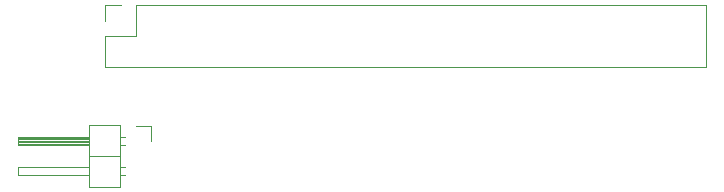
<source format=gbr>
G04 #@! TF.FileFunction,Legend,Bot*
%FSLAX46Y46*%
G04 Gerber Fmt 4.6, Leading zero omitted, Abs format (unit mm)*
G04 Created by KiCad (PCBNEW 4.0.0-rc1-stable) date 02/05/2017 19:37:09*
%MOMM*%
G01*
G04 APERTURE LIST*
%ADD10C,0.100000*%
%ADD11C,0.120000*%
G04 APERTURE END LIST*
D10*
D11*
X100711000Y-67148400D02*
X149031000Y-67148400D01*
X149031000Y-67148400D02*
X149031000Y-72348400D01*
X149031000Y-72348400D02*
X98111000Y-72348400D01*
X98111000Y-72348400D02*
X98111000Y-69748400D01*
X98111000Y-69748400D02*
X100711000Y-69748400D01*
X100711000Y-69748400D02*
X100711000Y-67148400D01*
X99441000Y-67148400D02*
X98111000Y-67148400D01*
X98111000Y-67148400D02*
X98111000Y-68478400D01*
X99371000Y-77308400D02*
X99371000Y-79908400D01*
X99371000Y-79908400D02*
X96751000Y-79908400D01*
X96751000Y-79908400D02*
X96751000Y-77308400D01*
X96751000Y-77308400D02*
X99371000Y-77308400D01*
X96751000Y-78258400D02*
X96751000Y-79018400D01*
X96751000Y-79018400D02*
X90751000Y-79018400D01*
X90751000Y-79018400D02*
X90751000Y-78258400D01*
X90751000Y-78258400D02*
X96751000Y-78258400D01*
X99801000Y-78258400D02*
X99371000Y-78258400D01*
X99801000Y-79018400D02*
X99371000Y-79018400D01*
X96751000Y-78378400D02*
X90751000Y-78378400D01*
X96751000Y-78498400D02*
X90751000Y-78498400D01*
X96751000Y-78618400D02*
X90751000Y-78618400D01*
X96751000Y-78738400D02*
X90751000Y-78738400D01*
X96751000Y-78858400D02*
X90751000Y-78858400D01*
X96751000Y-78978400D02*
X90751000Y-78978400D01*
X99371000Y-79908400D02*
X99371000Y-82508400D01*
X99371000Y-82508400D02*
X96751000Y-82508400D01*
X96751000Y-82508400D02*
X96751000Y-79908400D01*
X96751000Y-79908400D02*
X99371000Y-79908400D01*
X96751000Y-80798400D02*
X96751000Y-81558400D01*
X96751000Y-81558400D02*
X90751000Y-81558400D01*
X90751000Y-81558400D02*
X90751000Y-80798400D01*
X90751000Y-80798400D02*
X96751000Y-80798400D01*
X99801000Y-80798400D02*
X99371000Y-80798400D01*
X99801000Y-81558400D02*
X99371000Y-81558400D01*
X101981000Y-78638400D02*
X101981000Y-77368400D01*
X101981000Y-77368400D02*
X100711000Y-77368400D01*
M02*

</source>
